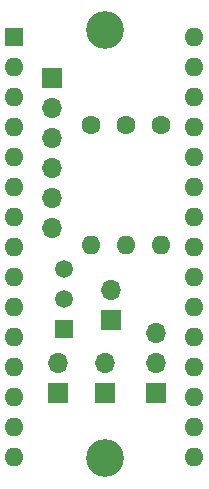
<source format=gbr>
%TF.GenerationSoftware,KiCad,Pcbnew,(5.1.12)-1*%
%TF.CreationDate,2024-12-20T23:38:59+09:00*%
%TF.ProjectId,Cuicuit,43756963-7569-4742-9e6b-696361645f70,rev?*%
%TF.SameCoordinates,Original*%
%TF.FileFunction,Soldermask,Top*%
%TF.FilePolarity,Negative*%
%FSLAX46Y46*%
G04 Gerber Fmt 4.6, Leading zero omitted, Abs format (unit mm)*
G04 Created by KiCad (PCBNEW (5.1.12)-1) date 2024-12-20 23:38:59*
%MOMM*%
%LPD*%
G01*
G04 APERTURE LIST*
%ADD10C,1.600000*%
%ADD11O,1.600000X1.600000*%
%ADD12C,1.500000*%
%ADD13R,1.500000X1.500000*%
%ADD14R,1.600000X1.600000*%
%ADD15R,1.700000X1.700000*%
%ADD16O,1.700000X1.700000*%
%ADD17C,3.200000*%
G04 APERTURE END LIST*
D10*
%TO.C,1N4007*%
X140540000Y-118180000D03*
D11*
X140540000Y-128340000D03*
%TD*%
D12*
%TO.C,2SC1815*%
X135290000Y-132890000D03*
X135290000Y-130350000D03*
D13*
X135290000Y-135430000D03*
%TD*%
D14*
%TO.C,Arduino_nano_33_ble1*%
X131095001Y-110765001D03*
D11*
X146335001Y-143785001D03*
X131095001Y-113305001D03*
X146335001Y-141245001D03*
X131095001Y-115845001D03*
X146335001Y-138705001D03*
X131095001Y-118385001D03*
X146335001Y-136165001D03*
X131095001Y-120925001D03*
X146335001Y-133625001D03*
X131095001Y-123465001D03*
X146335001Y-131085001D03*
X131095001Y-126005001D03*
X146335001Y-128545001D03*
X131095001Y-128545001D03*
X146335001Y-126005001D03*
X131095001Y-131085001D03*
X146335001Y-123465001D03*
X131095001Y-133625001D03*
X146335001Y-120925001D03*
X131095001Y-136165001D03*
X146335001Y-118385001D03*
X131095001Y-138705001D03*
X146335001Y-115845001D03*
X131095001Y-141245001D03*
X146335001Y-113305001D03*
X131095001Y-143785001D03*
X146335001Y-110765001D03*
X131095001Y-146325001D03*
X146335001Y-146325001D03*
%TD*%
D15*
%TO.C,Bend*%
X139290000Y-134680000D03*
D16*
X139290000Y-132140000D03*
%TD*%
D15*
%TO.C,BLE*%
X134290000Y-114180000D03*
D16*
X134290000Y-116720000D03*
X134290000Y-119260000D03*
X134290000Y-121800000D03*
X134290000Y-124340000D03*
X134290000Y-126880000D03*
%TD*%
D15*
%TO.C,DCDC*%
X143040000Y-140930000D03*
D16*
X143040000Y-138390000D03*
X143040000Y-135850000D03*
%TD*%
D17*
%TO.C,H1*%
X138790000Y-110180000D03*
%TD*%
%TO.C,H2*%
X138790000Y-146430000D03*
%TD*%
D16*
%TO.C,Motor*%
X134790000Y-138390000D03*
D15*
X134790000Y-140930000D03*
%TD*%
D11*
%TO.C,R1*%
X143540000Y-128340000D03*
D10*
X143540000Y-118180000D03*
%TD*%
%TO.C,R2*%
X137540000Y-118180000D03*
D11*
X137540000Y-128340000D03*
%TD*%
D15*
%TO.C,PW*%
X138790000Y-140930000D03*
D16*
X138790000Y-138390000D03*
%TD*%
M02*

</source>
